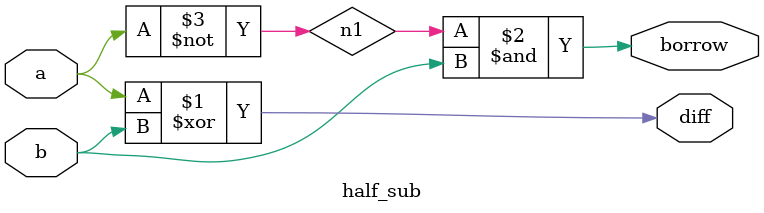
<source format=v>
module half_sub(a,b,diff,borrow);
  input a,b;
  output diff,borrow;
  wire n1;
  xor(diff,a,b);
  not(n1,a);
  and(borrow,n1,b);
 endmodule

</source>
